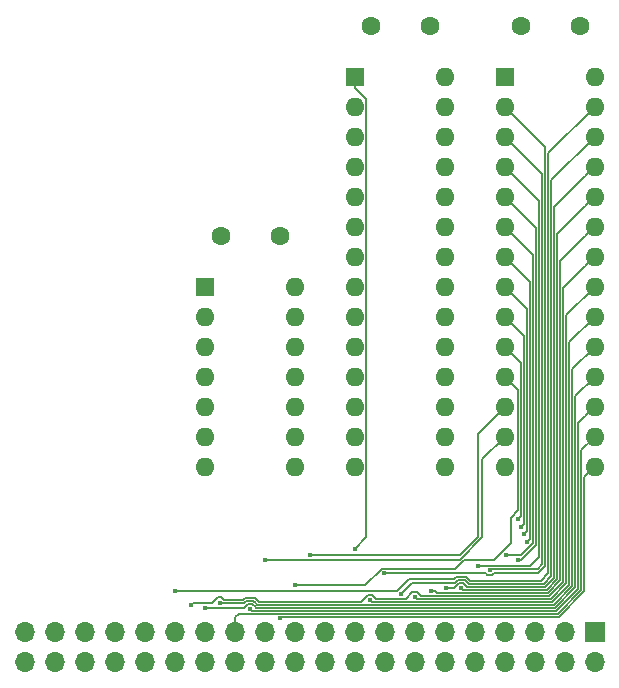
<source format=gbr>
G04 #@! TF.GenerationSoftware,KiCad,Pcbnew,(5.1.0-0)*
G04 #@! TF.CreationDate,2019-10-09T20:03:15-07:00*
G04 #@! TF.ProjectId,RAMCard,52414d43-6172-4642-9e6b-696361645f70,rev?*
G04 #@! TF.SameCoordinates,Original*
G04 #@! TF.FileFunction,Copper,L4,Bot*
G04 #@! TF.FilePolarity,Positive*
%FSLAX46Y46*%
G04 Gerber Fmt 4.6, Leading zero omitted, Abs format (unit mm)*
G04 Created by KiCad (PCBNEW (5.1.0-0)) date 2019-10-09 20:03:15*
%MOMM*%
%LPD*%
G04 APERTURE LIST*
%ADD10O,1.700000X1.700000*%
%ADD11R,1.700000X1.700000*%
%ADD12C,1.600000*%
%ADD13O,1.600000X1.600000*%
%ADD14R,1.600000X1.600000*%
%ADD15C,0.450000*%
%ADD16C,0.127000*%
G04 APERTURE END LIST*
D10*
X101600000Y-110490000D03*
X101600000Y-107950000D03*
X104140000Y-110490000D03*
X104140000Y-107950000D03*
X106680000Y-110490000D03*
X106680000Y-107950000D03*
X109220000Y-110490000D03*
X109220000Y-107950000D03*
X111760000Y-110490000D03*
X111760000Y-107950000D03*
X114300000Y-110490000D03*
X114300000Y-107950000D03*
X116840000Y-110490000D03*
X116840000Y-107950000D03*
X119380000Y-110490000D03*
X119380000Y-107950000D03*
X121920000Y-110490000D03*
X121920000Y-107950000D03*
X124460000Y-110490000D03*
X124460000Y-107950000D03*
X127000000Y-110490000D03*
X127000000Y-107950000D03*
X129540000Y-110490000D03*
X129540000Y-107950000D03*
X132080000Y-110490000D03*
X132080000Y-107950000D03*
X134620000Y-110490000D03*
X134620000Y-107950000D03*
X137160000Y-110490000D03*
X137160000Y-107950000D03*
X139700000Y-110490000D03*
X139700000Y-107950000D03*
X142240000Y-110490000D03*
X142240000Y-107950000D03*
X144780000Y-110490000D03*
X144780000Y-107950000D03*
X147320000Y-110490000D03*
X147320000Y-107950000D03*
X149860000Y-110490000D03*
D11*
X149860000Y-107950000D03*
D12*
X118190000Y-74422000D03*
X123190000Y-74422000D03*
D13*
X149860000Y-60960000D03*
X142240000Y-93980000D03*
X149860000Y-63500000D03*
X142240000Y-91440000D03*
X149860000Y-66040000D03*
X142240000Y-88900000D03*
X149860000Y-68580000D03*
X142240000Y-86360000D03*
X149860000Y-71120000D03*
X142240000Y-83820000D03*
X149860000Y-73660000D03*
X142240000Y-81280000D03*
X149860000Y-76200000D03*
X142240000Y-78740000D03*
X149860000Y-78740000D03*
X142240000Y-76200000D03*
X149860000Y-81280000D03*
X142240000Y-73660000D03*
X149860000Y-83820000D03*
X142240000Y-71120000D03*
X149860000Y-86360000D03*
X142240000Y-68580000D03*
X149860000Y-88900000D03*
X142240000Y-66040000D03*
X149860000Y-91440000D03*
X142240000Y-63500000D03*
X149860000Y-93980000D03*
D14*
X142240000Y-60960000D03*
X116840000Y-78740000D03*
D13*
X124460000Y-93980000D03*
X116840000Y-81280000D03*
X124460000Y-91440000D03*
X116840000Y-83820000D03*
X124460000Y-88900000D03*
X116840000Y-86360000D03*
X124460000Y-86360000D03*
X116840000Y-88900000D03*
X124460000Y-83820000D03*
X116840000Y-91440000D03*
X124460000Y-81280000D03*
X116840000Y-93980000D03*
X124460000Y-78740000D03*
X137160000Y-60960000D03*
X129540000Y-93980000D03*
X137160000Y-63500000D03*
X129540000Y-91440000D03*
X137160000Y-66040000D03*
X129540000Y-88900000D03*
X137160000Y-68580000D03*
X129540000Y-86360000D03*
X137160000Y-71120000D03*
X129540000Y-83820000D03*
X137160000Y-73660000D03*
X129540000Y-81280000D03*
X137160000Y-76200000D03*
X129540000Y-78740000D03*
X137160000Y-78740000D03*
X129540000Y-76200000D03*
X137160000Y-81280000D03*
X129540000Y-73660000D03*
X137160000Y-83820000D03*
X129540000Y-71120000D03*
X137160000Y-86360000D03*
X129540000Y-68580000D03*
X137160000Y-88900000D03*
X129540000Y-66040000D03*
X137160000Y-91440000D03*
X129540000Y-63500000D03*
X137160000Y-93980000D03*
D14*
X129540000Y-60960000D03*
D12*
X130890000Y-56642000D03*
X135890000Y-56642000D03*
X143590000Y-56642000D03*
X148590000Y-56642000D03*
D15*
X115697000Y-105664000D03*
X114300000Y-104521000D03*
X118110000Y-105502500D03*
X116840000Y-105918000D03*
X120650000Y-106010500D03*
X123190000Y-106841510D03*
X121920000Y-101854000D03*
X125730000Y-101438490D03*
X124460000Y-104013000D03*
X130810000Y-105248470D03*
X129540000Y-100965000D03*
X133477000Y-104740450D03*
X132049898Y-103031521D03*
X136017000Y-104486440D03*
X134620000Y-104994449D03*
X138557000Y-104232430D03*
X137287000Y-104232430D03*
X140970000Y-102777510D03*
X139954000Y-102362000D03*
X143323989Y-101888510D03*
X142367000Y-101473000D03*
X144145000Y-100330000D03*
X143891000Y-99695000D03*
X143637000Y-99060000D03*
X143383000Y-98425000D03*
D16*
X146006506Y-104901940D02*
X146006510Y-104901938D01*
X145796060Y-104901940D02*
X146006506Y-104901940D01*
X145542060Y-104901940D02*
X146024660Y-104901940D01*
X145643660Y-104901940D02*
X146006508Y-104901940D01*
X145542060Y-104901940D02*
X145643660Y-104901940D01*
X145414940Y-104901940D02*
X146024660Y-104901940D01*
X145414940Y-104901940D02*
X145542060Y-104901940D01*
X120049510Y-105248490D02*
X120211021Y-105086979D01*
X120211021Y-105086979D02*
X121059869Y-105086979D01*
X130994969Y-104832969D02*
X131317950Y-105155950D01*
X115858501Y-105502499D02*
X117426057Y-105502499D01*
X115697000Y-105664000D02*
X115858501Y-105502499D01*
X135127940Y-104901940D02*
X145414940Y-104901940D01*
X117460558Y-105537000D02*
X117968558Y-105029000D01*
X134804948Y-104578948D02*
X135127940Y-104901940D01*
X117426057Y-105502499D02*
X117460558Y-105537000D01*
X117968558Y-105029000D02*
X118237000Y-105029000D01*
X121411960Y-105409960D02*
X130048040Y-105409960D01*
X118237000Y-105029000D02*
X118456490Y-105248490D01*
X121255890Y-105283000D02*
X121285000Y-105283000D01*
X134420559Y-104578948D02*
X134804948Y-104578948D01*
X130625031Y-104832969D02*
X130994969Y-104832969D01*
X121285000Y-105283000D02*
X121411960Y-105409960D01*
X130048040Y-105409960D02*
X130625031Y-104832969D01*
X118456490Y-105248490D02*
X120049510Y-105248490D01*
X133843557Y-105155950D02*
X134420559Y-104578948D01*
X131317950Y-105155950D02*
X133843557Y-105155950D01*
X121059869Y-105086979D02*
X121255890Y-105283000D01*
X145643660Y-104901940D02*
X145796060Y-104901940D01*
X147192959Y-103733641D02*
X147192959Y-85108166D01*
X147193055Y-78866945D02*
X149060001Y-76999999D01*
X147193055Y-85108070D02*
X147193055Y-78866945D01*
X147192959Y-85108166D02*
X147193055Y-85108070D01*
X146024660Y-104901940D02*
X147192959Y-103733641D01*
X149060001Y-76999999D02*
X149860000Y-76200000D01*
X133088754Y-104513754D02*
X114688246Y-104513754D01*
X134104754Y-103497754D02*
X133088754Y-104513754D01*
X138974133Y-103308909D02*
X138118091Y-103308909D01*
X137914754Y-103497754D02*
X134104754Y-103497754D01*
X139297114Y-103631890D02*
X138974133Y-103308909D01*
X145922905Y-102997095D02*
X145288110Y-103631890D01*
X145923000Y-84582001D02*
X145922905Y-84582096D01*
X138118091Y-103308909D02*
X137922000Y-103505000D01*
X145922905Y-84582096D02*
X145922905Y-102997095D01*
X145288110Y-103631890D02*
X139297114Y-103631890D01*
X145923000Y-67437000D02*
X145923000Y-84582001D01*
X137922000Y-103505000D02*
X137914754Y-103497754D01*
X149860000Y-63500000D02*
X145923000Y-67437000D01*
X114307246Y-104513754D02*
X114300000Y-104521000D01*
X114688246Y-104513754D02*
X114307246Y-104513754D01*
X147954981Y-85725019D02*
X149860000Y-83820000D01*
X147954981Y-103454219D02*
X147954981Y-104096389D01*
X147954981Y-103454219D02*
X147954981Y-85725019D01*
X121284970Y-105663970D02*
X146376606Y-105663970D01*
X120198276Y-105502500D02*
X120359787Y-105340989D01*
X147954981Y-104085595D02*
X147954981Y-103454219D01*
X121150666Y-105537000D02*
X121158000Y-105537000D01*
X146376606Y-105663970D02*
X147954981Y-104085595D01*
X120954655Y-105340989D02*
X121150666Y-105537000D01*
X121158000Y-105537000D02*
X121284970Y-105663970D01*
X120359787Y-105340989D02*
X120954655Y-105340989D01*
X118110000Y-105502500D02*
X120198276Y-105502500D01*
X148208991Y-88011009D02*
X149860000Y-86360000D01*
X148208991Y-90677991D02*
X148208991Y-88011009D01*
X120465001Y-105594999D02*
X120849441Y-105594999D01*
X120142000Y-105918000D02*
X120465001Y-105594999D01*
X121157980Y-105903538D02*
X121157980Y-105917980D01*
X120849441Y-105594999D02*
X121157980Y-105903538D01*
X148209000Y-90678000D02*
X148208991Y-90677991D01*
X116840000Y-105918000D02*
X120142000Y-105918000D01*
X148208991Y-103987609D02*
X148209000Y-103987600D01*
X148208991Y-104201603D02*
X148208991Y-103987609D01*
X146492616Y-105917978D02*
X148208991Y-104201603D01*
X121157980Y-105917980D02*
X146304020Y-105917980D01*
X148209000Y-103987600D02*
X148209000Y-90678000D01*
X146304020Y-105917980D02*
X146492616Y-105917978D01*
X120650000Y-106010500D02*
X120811490Y-106171990D01*
X120811490Y-106171990D02*
X146605186Y-106171990D01*
X146605186Y-106171990D02*
X148463000Y-104314176D01*
X148463000Y-104314176D02*
X148463000Y-90297000D01*
X148463000Y-90297000D02*
X149060001Y-89699999D01*
X149060001Y-89699999D02*
X149860000Y-88900000D01*
X119380000Y-107950000D02*
X119380000Y-106747919D01*
X119380000Y-106747919D02*
X119701919Y-106426000D01*
X119701919Y-106426000D02*
X146177000Y-106426000D01*
X148717000Y-92583000D02*
X149860000Y-91440000D01*
X148717010Y-92582990D02*
X149860000Y-91440000D01*
X148717010Y-104419390D02*
X148717010Y-92582990D01*
X146710401Y-106425999D02*
X148717010Y-104419390D01*
X146177000Y-106426000D02*
X146710401Y-106425999D01*
X149860000Y-93980000D02*
X148971010Y-94868990D01*
X123351500Y-106680010D02*
X123190000Y-106841510D01*
X146278590Y-106680010D02*
X146837390Y-106680010D01*
X146354790Y-106680010D02*
X146278590Y-106680010D01*
X148971010Y-104546390D02*
X148971010Y-104241610D01*
X146837390Y-106680010D02*
X148971010Y-104546390D01*
X148971010Y-94868990D02*
X148971010Y-104241610D01*
X146278590Y-106680010D02*
X123351500Y-106680010D01*
X142240000Y-91440000D02*
X140335000Y-93345000D01*
X140335000Y-93345000D02*
X140335000Y-99949000D01*
X140335000Y-99949000D02*
X138430000Y-101854000D01*
X138430000Y-101854000D02*
X121920000Y-101854000D01*
X139953991Y-91186009D02*
X139953991Y-99970785D01*
X139953991Y-99970785D02*
X138486286Y-101438490D01*
X142240000Y-88900000D02*
X139953991Y-91186009D01*
X126048198Y-101438490D02*
X125730000Y-101438490D01*
X138486286Y-101438490D02*
X126048198Y-101438490D01*
X131825989Y-102616011D02*
X130429000Y-104013000D01*
X143382805Y-87502805D02*
X143382805Y-97663195D01*
X138027214Y-102616011D02*
X131825989Y-102616011D01*
X130429000Y-104013000D02*
X124778198Y-104013000D01*
X141351000Y-101854000D02*
X138789225Y-101854000D01*
X124778198Y-104013000D02*
X124460000Y-104013000D01*
X138789225Y-101854000D02*
X138027214Y-102616011D01*
X142748000Y-98298000D02*
X142748000Y-100457000D01*
X143382805Y-97663195D02*
X142748000Y-98298000D01*
X142240000Y-86360000D02*
X143382805Y-87502805D01*
X142748000Y-100457000D02*
X141351000Y-101854000D01*
X147701077Y-85318498D02*
X147700971Y-85318604D01*
X146271393Y-105409959D02*
X130971489Y-105409959D01*
X130971489Y-105409959D02*
X130810000Y-105248470D01*
X147700971Y-85318604D02*
X147700971Y-103980381D01*
X149860000Y-81280000D02*
X147701077Y-83438923D01*
X147700971Y-103980381D02*
X146271393Y-105409959D01*
X147701077Y-83438923D02*
X147701077Y-85318498D01*
X129540000Y-61887000D02*
X129540000Y-60960000D01*
X130530501Y-62877501D02*
X129540000Y-61887000D01*
X130530501Y-99974499D02*
X130530501Y-62877501D01*
X129540000Y-100965000D02*
X130530501Y-99974499D01*
X134400521Y-103816929D02*
X133701999Y-104515451D01*
X149860000Y-66040000D02*
X146177011Y-69722989D01*
X137991071Y-103816929D02*
X134400521Y-103816929D01*
X146177011Y-69722989D02*
X146177011Y-84687214D01*
X146176915Y-84687310D02*
X146176915Y-103251085D01*
X133701999Y-104515451D02*
X133477000Y-104740450D01*
X146176915Y-103251085D02*
X145542100Y-103885900D01*
X139191900Y-103885900D02*
X138938000Y-103632000D01*
X138938000Y-103632000D02*
X138930736Y-103632000D01*
X138930736Y-103632000D02*
X138861655Y-103562919D01*
X138245081Y-103562919D02*
X137991071Y-103816929D01*
X145542100Y-103885900D02*
X139191900Y-103885900D01*
X138861655Y-103562919D02*
X138245081Y-103562919D01*
X146177011Y-84687214D02*
X146176915Y-84687310D01*
X141169441Y-103193011D02*
X140770559Y-103193011D01*
X141365452Y-102997000D02*
X141169441Y-103193011D01*
X132368096Y-103031521D02*
X132049898Y-103031521D01*
X140609069Y-103031521D02*
X132368096Y-103031521D01*
X140770559Y-103193011D02*
X140609069Y-103031521D01*
X145668895Y-102362105D02*
X145034000Y-102997000D01*
X145668895Y-84476882D02*
X145668895Y-102362105D01*
X145669000Y-84476777D02*
X145668895Y-84476882D01*
X145034000Y-102997000D02*
X141365452Y-102997000D01*
X142240000Y-63500000D02*
X145669000Y-66929000D01*
X145669000Y-66929000D02*
X145669000Y-84476777D01*
X146938948Y-85002952D02*
X146939044Y-85002856D01*
X149060001Y-74459999D02*
X149860000Y-73660000D01*
X136496689Y-104647931D02*
X145901294Y-104647931D01*
X136335198Y-104486440D02*
X136496689Y-104647931D01*
X136017000Y-104486440D02*
X136335198Y-104486440D01*
X145901294Y-104647931D02*
X146938948Y-103610277D01*
X146939044Y-85002856D02*
X146939044Y-76580956D01*
X146938948Y-103610277D02*
X146938948Y-85002952D01*
X146939044Y-76580956D02*
X149060001Y-74459999D01*
X149860000Y-78740000D02*
X147447066Y-81152934D01*
X147447066Y-81152934D02*
X147447066Y-85213284D01*
X147447066Y-85213284D02*
X147446970Y-85213380D01*
X146129875Y-105155949D02*
X134781499Y-105155948D01*
X134781499Y-105155948D02*
X134620000Y-104994449D01*
X147446970Y-103838855D02*
X146129875Y-105155949D01*
X147446970Y-85213380D02*
X147446970Y-103838855D01*
X146685033Y-74294967D02*
X149060001Y-71919999D01*
X138557000Y-104232430D02*
X138718490Y-104393920D01*
X145796080Y-104393920D02*
X146684937Y-103505063D01*
X146685033Y-84897642D02*
X146685033Y-74294967D01*
X146684937Y-84897738D02*
X146685033Y-84897642D01*
X149060001Y-71919999D02*
X149860000Y-71120000D01*
X138718490Y-104393920D02*
X145796080Y-104393920D01*
X146684937Y-103505063D02*
X146684937Y-84897738D01*
X146430926Y-103356299D02*
X146430926Y-84792524D01*
X146430925Y-103378075D02*
X146430926Y-103356299D01*
X139064910Y-104139910D02*
X145669090Y-104139910D01*
X146431022Y-72008978D02*
X149060001Y-69379999D01*
X137287000Y-104232430D02*
X137956570Y-104232430D01*
X137956570Y-104232430D02*
X138372070Y-103816930D01*
X138372070Y-103816930D02*
X138741930Y-103816930D01*
X138741930Y-103816930D02*
X139064910Y-104139910D01*
X146430926Y-84792524D02*
X146431022Y-84792428D01*
X146431022Y-84792428D02*
X146431022Y-72008978D01*
X149060001Y-69379999D02*
X149860000Y-68580000D01*
X145669090Y-104139910D02*
X146430925Y-103378075D01*
X145021266Y-102650510D02*
X141097000Y-102650510D01*
X142240000Y-66040000D02*
X145415000Y-69215000D01*
X145415000Y-69215000D02*
X145415000Y-84371553D01*
X145414885Y-102256891D02*
X145021266Y-102650510D01*
X145414885Y-84371668D02*
X145414885Y-102256891D01*
X141097000Y-102650510D02*
X140970000Y-102777510D01*
X145415000Y-84371553D02*
X145414885Y-84371668D01*
X142240000Y-68580000D02*
X145161000Y-71501000D01*
X145160875Y-84266454D02*
X145160875Y-101600125D01*
X145161000Y-84266329D02*
X145160875Y-84266454D01*
X145161000Y-71501000D02*
X145161000Y-84266329D01*
X145160875Y-101600125D02*
X144399000Y-102362000D01*
X144399000Y-102362000D02*
X139954000Y-102362000D01*
X142240000Y-71120000D02*
X144907000Y-73787000D01*
X144907000Y-73787000D02*
X144907000Y-84161105D01*
X144907000Y-84161105D02*
X144906865Y-84161240D01*
X144906865Y-84161240D02*
X144906865Y-100623832D01*
X143642187Y-101888510D02*
X143323989Y-101888510D01*
X144906865Y-100623832D02*
X143642187Y-101888510D01*
X142240000Y-73660000D02*
X144653000Y-76073000D01*
X144653000Y-84055881D02*
X144652855Y-84056026D01*
X144652855Y-84056026D02*
X144652855Y-100457145D01*
X144653000Y-76073000D02*
X144653000Y-84055881D01*
X144652855Y-100457145D02*
X143637000Y-101473000D01*
X143637000Y-101473000D02*
X142367000Y-101473000D01*
X142240000Y-76200000D02*
X144399000Y-78359000D01*
X144399000Y-83950657D02*
X144398845Y-83950812D01*
X144399000Y-78359000D02*
X144399000Y-83950657D01*
X144398845Y-100076155D02*
X144145000Y-100330000D01*
X144398845Y-83950812D02*
X144398845Y-100076155D01*
X144144835Y-80644835D02*
X142240000Y-78740000D01*
X144144835Y-99441165D02*
X144144835Y-80644835D01*
X143891000Y-99695000D02*
X144144835Y-99441165D01*
X142240000Y-81280000D02*
X143129000Y-82169000D01*
X143129000Y-82169000D02*
X143890825Y-82930825D01*
X143890825Y-98806175D02*
X143637000Y-99060000D01*
X143890825Y-82930825D02*
X143890825Y-98806175D01*
X142240000Y-83820000D02*
X143636815Y-85216815D01*
X143636815Y-85216815D02*
X143636815Y-85979000D01*
X143636815Y-98171185D02*
X143383000Y-98425000D01*
X143636815Y-85979000D02*
X143636815Y-98171185D01*
M02*

</source>
